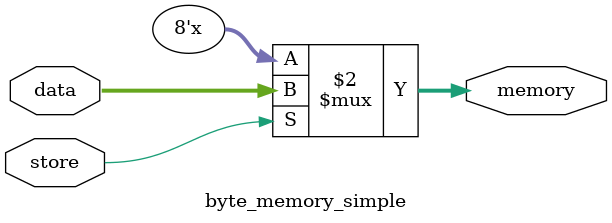
<source format=v>
module byte_memory_simple(
    input  [7:0] data,
    input        store,
    output reg [7:0] memory
);
    always @(data or store) begin
        if (store)
            memory <= data;
        // else hold previous -> latch inferred
    end
endmodule

</source>
